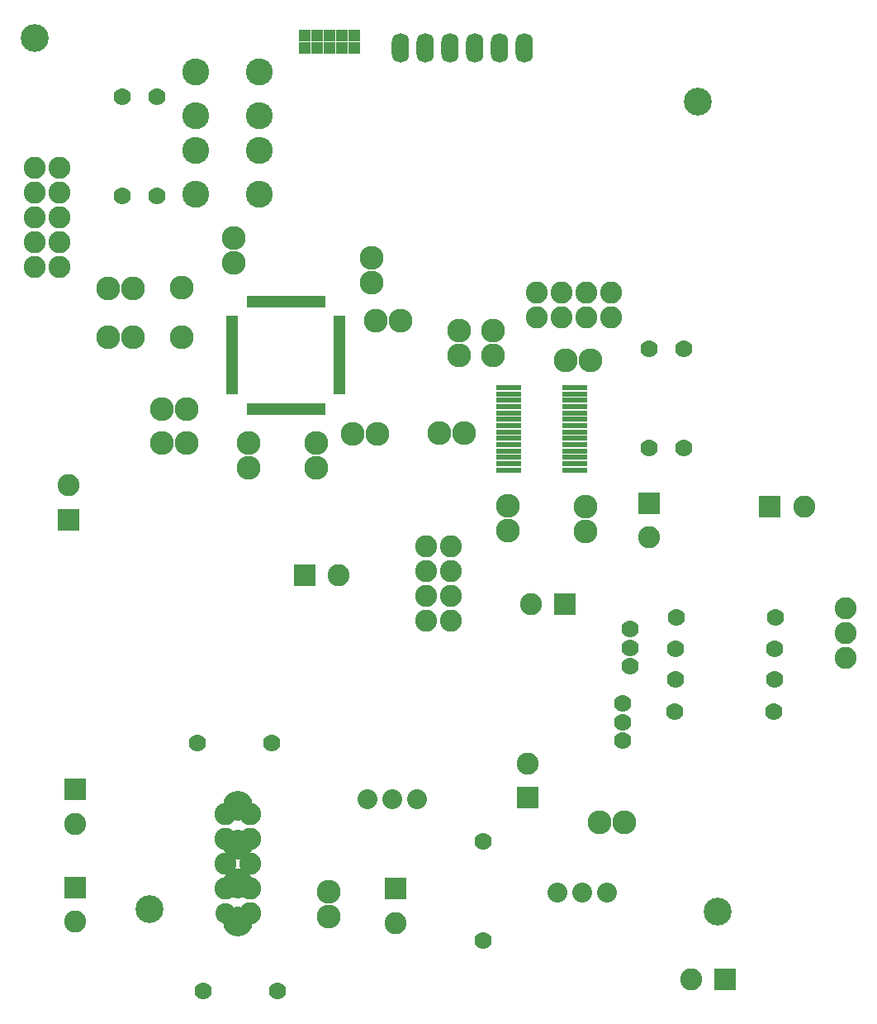
<source format=gbr>
%FSLAX35Y35*%
%MOIN*%
G04 EasyPC Gerber Version 18.0.8 Build 3632 *
%ADD84O,0.07000X0.12000*%
%ADD99R,0.02180X0.04937*%
%ADD104R,0.04937X0.04937*%
%ADD75R,0.08874X0.08874*%
%ADD73C,0.07000*%
%ADD135C,0.08000*%
%ADD100C,0.08087*%
%ADD85C,0.08874*%
%ADD74C,0.09661*%
%ADD78C,0.10843*%
%ADD72C,0.11236*%
%ADD98R,0.04937X0.02180*%
%ADD101C,0.12024*%
%ADD103R,0.09902X0.02496*%
X0Y0D02*
D02*
D72*
X98856Y409305D03*
X145116Y57927D03*
X366573Y383715D03*
X374447Y56943D03*
D02*
D73*
X134289Y345683D03*
Y385683D03*
X148069Y345683D03*
Y385683D03*
X164467Y125053D03*
X166730Y24955D03*
X194467Y125053D03*
X196730Y24955D03*
X279959Y45230D03*
Y85230D03*
X336258Y125801D03*
Y133301D03*
Y140801D03*
X339014Y155860D03*
Y163360D03*
Y170860D03*
X346888Y243951D03*
Y283951D03*
X356986Y137750D03*
X357321Y150545D03*
X357518Y162848D03*
X357774Y175644D03*
X360667Y243951D03*
Y283951D03*
X396986Y137750D03*
X397321Y150545D03*
X397518Y162848D03*
X397774Y175644D03*
D02*
D74*
X128581Y288537D03*
Y308222D03*
X138581Y288537D03*
Y308222D03*
X150037Y245919D03*
Y259699D03*
X158108Y288537D03*
Y308537D03*
X160037Y245919D03*
Y259699D03*
X178974Y318596D03*
Y328596D03*
X185077Y236077D03*
Y246077D03*
X212537Y236077D03*
Y246077D03*
X217557Y55014D03*
Y65014D03*
X227242Y249659D03*
X234683Y310722D03*
Y320722D03*
X236494Y295132D03*
X237242Y249659D03*
X246494Y295132D03*
X262242Y249856D03*
X270116Y281195D03*
Y291195D03*
X272242Y249856D03*
X283896Y281195D03*
Y291195D03*
X289801Y210486D03*
Y220486D03*
X313266Y279384D03*
X321297Y210329D03*
Y220329D03*
X323266Y279384D03*
X326848Y92967D03*
X336848D03*
D02*
D75*
X112636Y215031D03*
X115195Y66768D03*
Y106138D03*
X207732Y192770D03*
X244427Y66178D03*
X297872Y102826D03*
X312815Y180959D03*
X346888Y221689D03*
X377579Y29778D03*
X395626Y220427D03*
D02*
D78*
X163817Y346313D03*
Y364030D03*
Y377809D03*
Y395526D03*
X189407Y346313D03*
Y364030D03*
Y377809D03*
Y395526D03*
D02*
D84*
X246494Y405368D03*
X256494D03*
X266494D03*
X276494D03*
X286494D03*
X296494D03*
D02*
D85*
X98856Y316785D03*
Y326785D03*
Y336785D03*
Y346785D03*
Y356785D03*
X108856Y316785D03*
Y326785D03*
Y336785D03*
Y346785D03*
Y356785D03*
X112636Y228811D03*
X115195Y52989D03*
Y92359D03*
X175746Y66234D03*
Y76234D03*
Y86234D03*
Y96234D03*
X185746Y56234D03*
Y66234D03*
Y76234D03*
Y86234D03*
Y96234D03*
X221511Y192770D03*
X244427Y52398D03*
X256652Y174384D03*
Y184384D03*
Y194384D03*
Y204384D03*
X266652Y174384D03*
Y184384D03*
Y194384D03*
Y204384D03*
X297872Y116606D03*
X299036Y180959D03*
X301376Y296667D03*
Y306667D03*
X311376Y296667D03*
Y306667D03*
X321376Y296667D03*
Y306667D03*
X331376Y296667D03*
Y306667D03*
X346888Y207910D03*
X363800Y29778D03*
X409405Y220427D03*
X425982Y159187D03*
Y169187D03*
Y179187D03*
D02*
D98*
X178581Y266589D03*
Y268557D03*
Y270526D03*
Y272494D03*
Y274463D03*
Y276431D03*
Y278400D03*
Y280368D03*
Y282337D03*
Y284305D03*
Y286274D03*
Y288242D03*
Y290211D03*
Y292179D03*
Y294148D03*
Y296116D03*
X221888Y266589D03*
Y268557D03*
Y270526D03*
Y272494D03*
Y274463D03*
Y276431D03*
Y278400D03*
Y280368D03*
Y282337D03*
Y284305D03*
Y286274D03*
Y288242D03*
Y290211D03*
Y292179D03*
Y294148D03*
Y296116D03*
D02*
D99*
X185470Y259699D03*
Y303006D03*
X187439Y259699D03*
Y303006D03*
X189407Y259699D03*
Y303006D03*
X191376Y259699D03*
Y303006D03*
X193344Y259699D03*
Y303006D03*
X195313Y259699D03*
Y303006D03*
X197281Y259699D03*
Y303006D03*
X199250Y259699D03*
Y303006D03*
X201219Y259699D03*
Y303006D03*
X203187Y259699D03*
Y303006D03*
X205156Y259699D03*
Y303006D03*
X207124Y259699D03*
Y303006D03*
X209093Y259699D03*
Y303006D03*
X211061Y259699D03*
Y303006D03*
X213030Y259699D03*
Y303006D03*
X214998Y259699D03*
Y303006D03*
D02*
D100*
X175746Y56234D03*
D02*
D101*
X180746Y52848D03*
Y68439D03*
Y84030D03*
Y99620D03*
D02*
D103*
X290281Y235073D03*
Y237632D03*
Y240191D03*
Y242750D03*
Y245309D03*
Y247868D03*
Y250427D03*
Y252986D03*
Y255545D03*
Y258104D03*
Y260663D03*
Y263222D03*
Y265781D03*
Y268341D03*
X316880Y235073D03*
Y237632D03*
Y240191D03*
Y242750D03*
Y245309D03*
Y247868D03*
Y250427D03*
Y252986D03*
Y255545D03*
Y258104D03*
Y260663D03*
Y263222D03*
Y265781D03*
Y268341D03*
D02*
D104*
X207715Y405211D03*
Y410211D03*
X212715Y405211D03*
Y410211D03*
X217715Y405211D03*
Y410211D03*
X222715Y405211D03*
Y410211D03*
X227715Y405211D03*
Y410211D03*
D02*
D135*
X233049Y102317D03*
X243049D03*
X253049D03*
X309919Y64620D03*
X319919D03*
X329919D03*
X0Y0D02*
M02*

</source>
